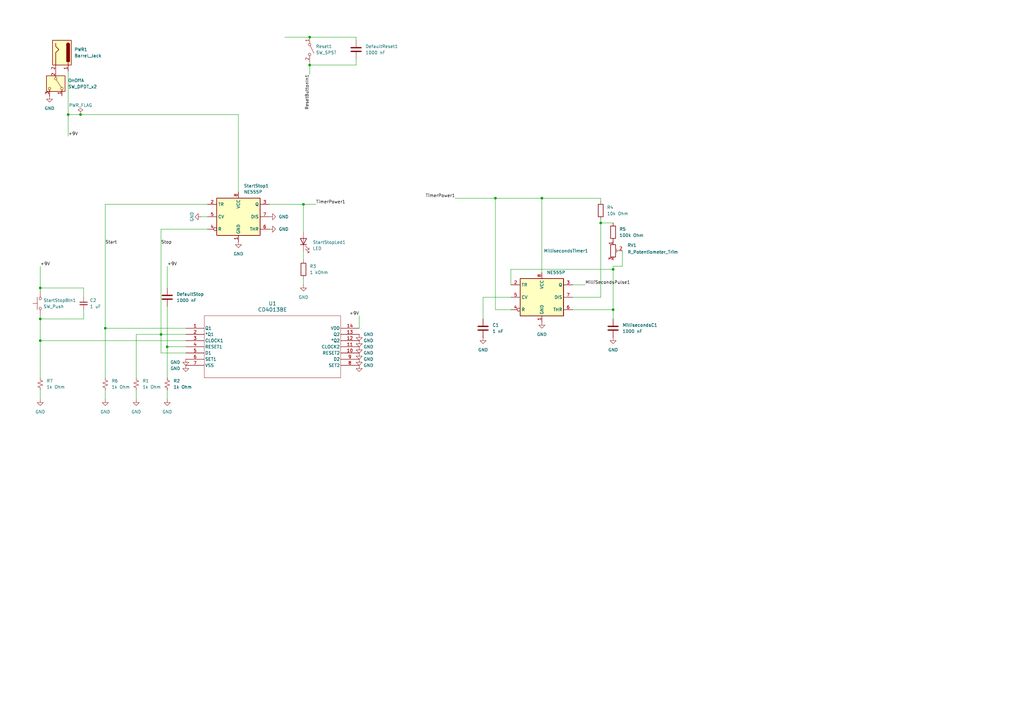
<source format=kicad_sch>
(kicad_sch (version 20231120) (generator "eeschema") (generator_version "8.0")
  (paper "A3")
  (lib_symbols
    (symbol "CD4013BE:CD4013BE" (pin_names (offset 0.254))
      (property "Reference" "U" (at 35.56 10.16 0))
      (property "Value" "CD4013BE" (at 35.56 7.62 0))
      (symbol "CD4013BE_0_1"
        (polyline (pts (xy 7.62 -20.32) (xy 63.5 -20.32)) (stroke (width 0.127)))
        (polyline (pts (xy 7.62 5.08) (xy 7.62 -20.32)) (stroke (width 0.127)))
        (polyline (pts (xy 63.5 -20.32) (xy 63.5 5.08)) (stroke (width 0.127)))
        (polyline (pts (xy 63.5 5.08) (xy 7.62 5.08)) (stroke (width 0.127)))
        (pin unspecified line (at 0 0 0) (length 7.62) (name "Q1") (number "1"))
        (pin unspecified line (at 71.12 -10.16 180) (length 7.62) (name "RESET2") (number "10"))
        (pin unspecified line (at 71.12 -7.62 180) (length 7.62) (name "CLOCK2") (number "11"))
        (pin unspecified line (at 71.12 -5.08 180) (length 7.62) (name "*Q2") (number "12"))
        (pin unspecified line (at 71.12 -2.54 180) (length 7.62) (name "Q2") (number "13"))
        (pin power_in line (at 71.12 0 180) (length 7.62) (name "VDD") (number "14"))
        (pin unspecified line (at 0 -2.54 0) (length 7.62) (name "*Q1") (number "2"))
        (pin unspecified line (at 0 -5.08 0) (length 7.62) (name "CLOCK1") (number "3"))
        (pin unspecified line (at 0 -7.62 0) (length 7.62) (name "RESET1") (number "4"))
        (pin unspecified line (at 0 -10.16 0) (length 7.62) (name "D1") (number "5"))
        (pin unspecified line (at 0 -12.7 0) (length 7.62) (name "SET1") (number "6"))
        (pin power_in line (at 0 -15.24 0) (length 7.62) (name "VSS") (number "7"))
        (pin unspecified line (at 71.12 -15.24 180) (length 7.62) (name "SET2") (number "8"))
        (pin unspecified line (at 71.12 -12.7 180) (length 7.62) (name "D2") (number "9"))
      )
    )
    (symbol "Connector:Barrel_Jack" (pin_names (offset 1.016))
      (property "Reference" "J" (at 0 5.334 0))
      (property "Value" "Barrel_Jack" (at 0 -5.08 0))
      (symbol "Barrel_Jack_0_1"
        (rectangle (start -5.08 3.81) (end 5.08 -3.81) (stroke (width 0.254)) (fill (type background)))
        (arc (start -3.302 3.175) (mid -3.9343 2.54) (end -3.302 1.905) (stroke (width 0.254)))
        (arc (start -3.302 3.175) (mid -3.9343 2.54) (end -3.302 1.905) (stroke (width 0.254)) (fill (type outline)))
        (polyline (pts (xy 5.08 2.54) (xy 3.81 2.54)) (stroke (width 0.254)))
        (polyline (pts (xy -3.81 -2.54) (xy -2.54 -2.54) (xy -1.27 -1.27) (xy 0 -2.54) (xy 2.54 -2.54) (xy 5.08 -2.54)) (stroke (width 0.254)))
        (rectangle (start 3.683 3.175) (end -3.302 1.905) (stroke (width 0.254)) (fill (type outline)))
      )
      (symbol "Barrel_Jack_1_1"
        (pin passive line (at 7.62 2.54 180) (length 2.54) (name "~") (number "1"))
        (pin passive line (at 7.62 -2.54 180) (length 2.54) (name "~") (number "2"))
      )
    )
    (symbol "Device:C" (pin_numbers hide) (pin_names (offset 0.254))
      (property "Reference" "C" (at 0.635 2.54 0))
      (property "Value" "C" (at 0.635 -2.54 0))
      (symbol "C_0_1"
        (polyline (pts (xy -2.032 -0.762) (xy 2.032 -0.762)) (stroke (width 0.508)))
        (polyline (pts (xy -2.032 0.762) (xy 2.032 0.762)) (stroke (width 0.508)))
      )
      (symbol "C_1_1"
        (pin passive line (at 0 3.81 270) (length 2.794) (name "~") (number "1"))
        (pin passive line (at 0 -3.81 90) (length 2.794) (name "~") (number "2"))
      )
    )
    (symbol "Device:C_Small" (pin_numbers hide) (pin_names (offset 0.254) hide)
      (property "Reference" "C" (at 0.254 1.778 0))
      (property "Value" "C_Small" (at 0.254 -2.032 0))
      (symbol "C_Small_0_1"
        (polyline (pts (xy -1.524 -0.508) (xy 1.524 -0.508)) (stroke (width 0.3302)))
        (polyline (pts (xy -1.524 0.508) (xy 1.524 0.508)) (stroke (width 0.3048)))
      )
      (symbol "C_Small_1_1"
        (pin passive line (at 0 2.54 270) (length 2.032) (name "~") (number "1"))
        (pin passive line (at 0 -2.54 90) (length 2.032) (name "~") (number "2"))
      )
    )
    (symbol "Device:LED" (pin_numbers hide) (pin_names (offset 1.016) hide)
      (property "Reference" "D" (at 0 2.54 0))
      (property "Value" "LED" (at 0 -2.54 0))
      (symbol "LED_0_1"
        (polyline (pts (xy -1.27 -1.27) (xy -1.27 1.27)) (stroke (width 0.254)))
        (polyline (pts (xy -1.27 0) (xy 1.27 0)))
        (polyline (pts (xy 1.27 -1.27) (xy 1.27 1.27) (xy -1.27 0) (xy 1.27 -1.27)) (stroke (width 0.254)))
        (polyline (pts (xy -3.048 -0.762) (xy -4.572 -2.286) (xy -3.81 -2.286) (xy -4.572 -2.286) (xy -4.572 -1.524)))
        (polyline (pts (xy -1.778 -0.762) (xy -3.302 -2.286) (xy -2.54 -2.286) (xy -3.302 -2.286) (xy -3.302 -1.524)))
      )
      (symbol "LED_1_1"
        (pin passive line (at -3.81 0 0) (length 2.54) (name "K") (number "1"))
        (pin passive line (at 3.81 0 180) (length 2.54) (name "A") (number "2"))
      )
    )
    (symbol "Device:R" (pin_numbers hide) (pin_names (offset 0))
      (property "Reference" "R" (at 2.032 0 90))
      (property "Value" "R" (at 0 0 90))
      (symbol "R_0_1"
        (rectangle (start -1.016 -2.54) (end 1.016 2.54) (stroke (width 0.254)))
      )
      (symbol "R_1_1"
        (pin passive line (at 0 3.81 270) (length 1.27) (name "~") (number "1"))
        (pin passive line (at 0 -3.81 90) (length 1.27) (name "~") (number "2"))
      )
    )
    (symbol "Device:R_Potentiometer_Trim" (pin_names (offset 1.016) hide)
      (property "Reference" "RV" (at -4.445 0 90))
      (property "Value" "R_Potentiometer_Trim" (at -2.54 0 90))
      (symbol "R_Potentiometer_Trim_0_1"
        (polyline (pts (xy 1.524 0.762) (xy 1.524 -0.762)))
        (polyline (pts (xy 2.54 0) (xy 1.524 0)))
        (rectangle (start 1.016 2.54) (end -1.016 -2.54) (stroke (width 0.254)))
      )
      (symbol "R_Potentiometer_Trim_1_1"
        (pin passive line (at 0 3.81 270) (length 1.27) (name "1") (number "1"))
        (pin passive line (at 3.81 0 180) (length 1.27) (name "2") (number "2"))
        (pin passive line (at 0 -3.81 90) (length 1.27) (name "3") (number "3"))
      )
    )
    (symbol "Device:R_Small_US" (pin_numbers hide) (pin_names (offset 0.254) hide)
      (property "Reference" "R" (at 0.762 0.508 0))
      (property "Value" "R_Small_US" (at 0.762 -1.016 0))
      (symbol "R_Small_US_1_1"
        (polyline (pts (xy 0 0) (xy 1.016 -0.381) (xy 0 -0.762) (xy -1.016 -1.143) (xy 0 -1.524)))
        (polyline (pts (xy 0 1.524) (xy 1.016 1.143) (xy 0 0.762) (xy -1.016 0.381) (xy 0 0)))
        (pin passive line (at 0 2.54 270) (length 1.016) (name "~") (number "1"))
        (pin passive line (at 0 -2.54 90) (length 1.016) (name "~") (number "2"))
      )
    )
    (symbol "Switch:SW_DPDT_x2" (pin_names (offset 0) hide)
      (property "Reference" "SW" (at 0 5.08 0))
      (property "Value" "SW_DPDT_x2" (at 0 -5.08 0))
      (symbol "SW_DPDT_x2_0_0"
        (circle (center -2.032 0) (radius 0.508))
        (circle (center 2.032 -2.54) (radius 0.508))
      )
      (symbol "SW_DPDT_x2_0_1"
        (rectangle (start -3.175 3.81) (end 3.175 -3.81) (stroke (width 0.254)) (fill (type background)))
        (polyline (pts (xy -1.524 0.254) (xy 1.5748 2.286)))
        (circle (center 2.032 2.54) (radius 0.508))
      )
      (symbol "SW_DPDT_x2_1_1"
        (pin passive line (at 5.08 2.54 180) (length 2.54) (name "A") (number "1"))
        (pin passive line (at -5.08 0 0) (length 2.54) (name "B") (number "2"))
        (pin passive line (at 5.08 -2.54 180) (length 2.54) (name "C") (number "3"))
      )
      (symbol "SW_DPDT_x2_2_1"
        (pin passive line (at 5.08 2.54 180) (length 2.54) (name "A") (number "4"))
        (pin passive line (at -5.08 0 0) (length 2.54) (name "B") (number "5"))
        (pin passive line (at 5.08 -2.54 180) (length 2.54) (name "C") (number "6"))
      )
    )
    (symbol "Switch:SW_Push" (pin_numbers hide) (pin_names (offset 1.016) hide)
      (property "Reference" "SW" (at 1.27 2.54 0))
      (property "Value" "SW_Push" (at 0 -1.524 0))
      (symbol "SW_Push_0_1"
        (circle (center -2.032 0) (radius 0.508))
        (polyline (pts (xy 0 1.27) (xy 0 3.048)))
        (polyline (pts (xy 2.54 1.27) (xy -2.54 1.27)))
        (circle (center 2.032 0) (radius 0.508))
        (pin passive line (at -5.08 0 0) (length 2.54) (name "1") (number "1"))
        (pin passive line (at 5.08 0 180) (length 2.54) (name "2") (number "2"))
      )
    )
    (symbol "Switch:SW_SPST" (pin_names (offset 0) hide)
      (property "Reference" "SW" (at 0 3.175 0))
      (property "Value" "SW_SPST" (at 0 -2.54 0))
      (symbol "SW_SPST_0_0"
        (circle (center -2.032 0) (radius 0.508))
        (polyline (pts (xy -1.524 0.254) (xy 1.524 1.778)))
        (circle (center 2.032 0) (radius 0.508))
      )
      (symbol "SW_SPST_1_1"
        (pin passive line (at -5.08 0 0) (length 2.54) (name "A") (number "1"))
        (pin passive line (at 5.08 0 180) (length 2.54) (name "B") (number "2"))
      )
    )
    (symbol "Timer:NE555P"
      (property "Reference" "U" (at -10.16 8.89 0))
      (property "Value" "NE555P" (at 2.54 8.89 0))
      (symbol "NE555P_0_0"
        (pin power_in line (at 0 -10.16 90) (length 2.54) (name "GND") (number "1"))
        (pin power_in line (at 0 10.16 270) (length 2.54) (name "VCC") (number "8"))
      )
      (symbol "NE555P_0_1"
        (rectangle (start -8.89 -7.62) (end 8.89 7.62) (stroke (width 0.254)) (fill (type background)))
        (rectangle (start -8.89 -7.62) (end 8.89 7.62) (stroke (width 0.254)) (fill (type background)))
      )
      (symbol "NE555P_1_1"
        (pin input line (at -12.7 5.08 0) (length 3.81) (name "TR") (number "2"))
        (pin output line (at 12.7 5.08 180) (length 3.81) (name "Q") (number "3"))
        (pin input inverted (at -12.7 -5.08 0) (length 3.81) (name "R") (number "4"))
        (pin input line (at -12.7 0 0) (length 3.81) (name "CV") (number "5"))
        (pin input line (at 12.7 -5.08 180) (length 3.81) (name "THR") (number "6"))
        (pin input line (at 12.7 0 180) (length 3.81) (name "DIS") (number "7"))
      )
    )
    (symbol "power:GND" (power) (pin_numbers hide) (pin_names (offset 0) hide)
      (property "Value" "GND" (at 0 -3.81 0))
      (symbol "GND_0_1"
        (polyline (pts (xy 0 0) (xy 0 -1.27) (xy 1.27 -1.27) (xy 0 -2.54) (xy -1.27 -1.27) (xy 0 -1.27)))
      )
      (symbol "GND_1_1"
        (pin power_in line (at 0 0 270) (length 0) (name "~") (number "1"))
      )
    )
    (symbol "power:PWR_FLAG" (power) (pin_numbers hide) (pin_names (offset 0) hide)
      (property "Value" "PWR_FLAG" (at 0 3.81 0))
      (symbol "PWR_FLAG_0_0"
        (pin power_out line (at 0 0 90) (length 0) (name "~") (number "1"))
      )
      (symbol "PWR_FLAG_0_1"
        (polyline (pts (xy 0 0) (xy 0 1.27) (xy -1.016 1.905) (xy 0 2.54) (xy 1.016 1.905) (xy 0 1.27)))
      )
    )
  )
  (junction (at 246.38 91.44))
  (junction (at 43.18 134.62))
  (junction (at 16.51 130.81))
  (junction (at 251.46 110.49))
  (junction (at 27.94 46.99))
  (junction (at 16.51 118.11))
  (junction (at 16.51 139.7))
  (junction (at 203.2 81.28))
  (junction (at 66.04 137.16))
  (junction (at 222.25 81.28))
  (junction (at 127 15.24))
  (junction (at 33.02 46.99))
  (junction (at 68.58 142.24))
  (junction (at 124.46 83.82))
  (junction (at 251.46 127))
  (junction (at 127 26.67))
  (wire (pts (xy 43.18 134.62) (xy 76.2 134.62)))
  (wire (pts (xy 43.18 83.82) (xy 85.09 83.82)))
  (wire (pts (xy 222.25 81.28) (xy 246.38 81.28)))
  (wire (pts (xy 127 26.67) (xy 127 30.48)))
  (wire (pts (xy 127 25.4) (xy 127 26.67)))
  (wire (pts (xy 147.32 129.54) (xy 147.32 134.62)))
  (wire (pts (xy 27.94 29.21) (xy 27.94 46.99)))
  (wire (pts (xy 16.51 139.7) (xy 16.51 154.94)))
  (wire (pts (xy 203.2 127) (xy 209.55 127)))
  (wire (pts (xy 34.29 121.92) (xy 34.29 118.11)))
  (wire (pts (xy 124.46 116.84) (xy 124.46 114.3)))
  (wire (pts (xy 246.38 91.44) (xy 246.38 121.92)))
  (wire (pts (xy 127 15.24) (xy 146.05 15.24)))
  (wire (pts (xy 124.46 83.82) (xy 110.49 83.82)))
  (wire (pts (xy 55.88 137.16) (xy 66.04 137.16)))
  (wire (pts (xy 203.2 81.28) (xy 203.2 127)))
  (wire (pts (xy 255.27 109.22) (xy 251.46 109.22)))
  (wire (pts (xy 146.05 24.13) (xy 146.05 26.67)))
  (wire (pts (xy 251.46 127) (xy 234.95 127)))
  (wire (pts (xy 246.38 90.17) (xy 246.38 91.44)))
  (wire (pts (xy 16.51 118.11) (xy 16.51 119.38)))
  (wire (pts (xy 55.88 137.16) (xy 55.88 154.94)))
  (wire (pts (xy 246.38 121.92) (xy 234.95 121.92)))
  (wire (pts (xy 16.51 139.7) (xy 76.2 139.7)))
  (wire (pts (xy 43.18 160.02) (xy 43.18 163.83)))
  (wire (pts (xy 68.58 125.73) (xy 68.58 142.24)))
  (wire (pts (xy 16.51 130.81) (xy 16.51 139.7)))
  (wire (pts (xy 43.18 83.82) (xy 43.18 134.62)))
  (wire (pts (xy 146.05 26.67) (xy 127 26.67)))
  (wire (pts (xy 186.69 81.28) (xy 203.2 81.28)))
  (wire (pts (xy 16.51 118.11) (xy 34.29 118.11)))
  (wire (pts (xy 68.58 154.94) (xy 68.58 142.24)))
  (wire (pts (xy 68.58 109.22) (xy 68.58 118.11)))
  (wire (pts (xy 43.18 154.94) (xy 43.18 134.62)))
  (wire (pts (xy 16.51 160.02) (xy 16.51 163.83)))
  (wire (pts (xy 27.94 46.99) (xy 27.94 55.88)))
  (wire (pts (xy 246.38 91.44) (xy 251.46 91.44)))
  (wire (pts (xy 198.12 121.92) (xy 198.12 130.81)))
  (wire (pts (xy 33.02 46.99) (xy 97.79 46.99)))
  (wire (pts (xy 34.29 130.81) (xy 16.51 130.81)))
  (wire (pts (xy 34.29 127) (xy 34.29 130.81)))
  (wire (pts (xy 255.27 102.87) (xy 255.27 109.22)))
  (wire (pts (xy 33.02 46.99) (xy 27.94 46.99)))
  (wire (pts (xy 116.84 15.24) (xy 127 15.24)))
  (wire (pts (xy 97.79 46.99) (xy 97.79 78.74)))
  (wire (pts (xy 251.46 130.81) (xy 251.46 127)))
  (wire (pts (xy 68.58 160.02) (xy 68.58 163.83)))
  (wire (pts (xy 76.2 144.78) (xy 66.04 144.78)))
  (wire (pts (xy 66.04 93.98) (xy 85.09 93.98)))
  (wire (pts (xy 251.46 110.49) (xy 251.46 127)))
  (wire (pts (xy 209.55 110.49) (xy 251.46 110.49)))
  (wire (pts (xy 234.95 116.84) (xy 240.03 116.84)))
  (wire (pts (xy 16.51 109.22) (xy 16.51 118.11)))
  (wire (pts (xy 222.25 81.28) (xy 222.25 111.76)))
  (wire (pts (xy 68.58 142.24) (xy 76.2 142.24)))
  (wire (pts (xy 146.05 16.51) (xy 146.05 15.24)))
  (wire (pts (xy 209.55 121.92) (xy 198.12 121.92)))
  (wire (pts (xy 203.2 81.28) (xy 222.25 81.28)))
  (wire (pts (xy 82.55 88.9) (xy 85.09 88.9)))
  (wire (pts (xy 246.38 81.28) (xy 246.38 82.55)))
  (wire (pts (xy 66.04 144.78) (xy 66.04 137.16)))
  (wire (pts (xy 124.46 102.87) (xy 124.46 106.68)))
  (wire (pts (xy 55.88 160.02) (xy 55.88 163.83)))
  (wire (pts (xy 66.04 93.98) (xy 66.04 137.16)))
  (wire (pts (xy 124.46 95.25) (xy 124.46 83.82)))
  (wire (pts (xy 209.55 110.49) (xy 209.55 116.84)))
  (wire (pts (xy 251.46 109.22) (xy 251.46 110.49)))
  (wire (pts (xy 16.51 129.54) (xy 16.51 130.81)))
  (wire (pts (xy 66.04 137.16) (xy 76.2 137.16)))
  (wire (pts (xy 129.54 83.82) (xy 124.46 83.82)))
  (label "ResetButtonIn1" (at 127 30.48 270))
  (label "+9V" (at 68.58 109.22 0))
  (label "MilliSecondsPulse1" (at 240.03 116.84 0))
  (label "TimerPower1" (at 129.54 83.82 0))
  (label "Stop" (at 66.04 100.33 0))
  (label "+9V" (at 147.32 129.54 180))
  (label "Start" (at 43.18 100.33 0))
  (label "+9V" (at 16.51 109.22 0))
  (label "TimerPower1" (at 186.69 81.28 180))
  (label "+9V" (at 27.94 55.88 0))
  (symbol (lib_id "Device:R_Small_US") (at 55.88 157.48 0) (unit 1)
    (property "Reference" "R1" (at 58.42 156.2099 0) (effects (justify left)))
    (property "Value" "1k Ohm" (at 58.42 158.7499 0) (effects (justify left)))
  )
  (symbol (lib_id "Timer:NE555P") (at 222.25 121.92 0) (unit 1)
    (property "Reference" "MillisecondsTimer1" (at 222.9994 102.87 0) (effects (justify left)))
    (property "Value" "NE555P" (at 224.2694 111.76 0) (effects (justify left)))
    (property "Footprint" "Package_DIP:DIP-8_W7.62mm" (effects (hide yes)))
    (property "Datasheet" "http://www.ti.com/lit/ds/symlink/ne555.pdf" (effects (hide yes)))
    (property "Description" "Precision Timers, 555 compatible,  PDIP-8" (effects (hide yes)))
  )
  (symbol (lib_id "Device:R_Potentiometer_Trim") (at 251.46 102.87 0) (unit 1)
    (property "Reference" "RV1" (at 261.112 100.584 0) (effects (justify right)))
    (property "Value" "R_Potentiometer_Trim" (at 278.13 103.378 0) (effects (justify right)))
    (property "Footprint" "Potentiometer_THT:Potentiometer_Vishay_T73YP_Vertical" (effects (hide yes)))
    (property "Description" "Trim-potentiometer" (effects (hide yes)))
  )
  (symbol (lib_id "power:GND") (at 43.18 163.83 0) (mirror y) (unit 1)
    (property "Reference" "#PWR012" (effects (hide yes)))
    (property "Value" "GND" (at 43.18 168.91 0))
  )
  (symbol (lib_id "Device:LED") (at 124.46 99.06 90) (unit 1)
    (property "Reference" "StartStopLed1" (at 128.27 99.3774 90) (effects (justify right)))
    (property "Value" "LED" (at 128.27 101.9174 90) (effects (justify right)))
    (property "Footprint" "LED_THT:LED_D5.0mm" (effects (hide yes)))
    (property "Description" "Light emitting diode" (effects (hide yes)))
  )
  (symbol (lib_id "Device:R") (at 124.46 110.49 0) (unit 1)
    (property "Reference" "R3" (at 127 109.2199 0) (effects (justify left)))
    (property "Value" "1 kOhm" (at 127 111.7599 0) (effects (justify left)))
    (property "Footprint" "Resistor_THT:R_Axial_DIN0207_L6.3mm_D2.5mm_P10.16mm_Horizontal" (effects (hide yes)))
    (property "Description" "Resistor" (effects (hide yes)))
  )
  (symbol (lib_id "Device:R") (at 246.38 86.36 0) (unit 1)
    (property "Reference" "R4" (at 248.92 85.0899 0) (effects (justify left)))
    (property "Value" "10k Ohm" (at 248.92 87.6299 0) (effects (justify left)))
    (property "Footprint" "Resistor_THT:R_Axial_DIN0207_L6.3mm_D2.5mm_P10.16mm_Horizontal" (effects (hide yes)))
    (property "Description" "Resistor" (effects (hide yes)))
  )
  (symbol (lib_id "power:GND") (at 147.32 144.78 0) (unit 1)
    (property "Reference" "#PWR021" (effects (hide yes)))
    (property "Value" "GND" (at 151.13 144.78 0))
  )
  (symbol (lib_id "Device:C") (at 68.58 121.92 0) (unit 1)
    (property "Reference" "DefaultStop" (at 72.39 120.6499 0) (effects (justify left)))
    (property "Value" "1000 nF" (at 72.39 123.1899 0) (effects (justify left)))
    (property "Footprint" "Capacitor_THT:CP_Radial_D8.0mm_P5.00mm" (effects (hide yes)))
    (property "Description" "Unpolarized capacitor" (effects (hide yes)))
  )
  (symbol (lib_id "Switch:SW_SPST") (at 127 20.32 270) (unit 1)
    (property "Reference" "Reset1" (at 129.54 19.0499 90) (effects (justify left)))
    (property "Value" "SW_SPST" (at 129.54 21.5899 90) (effects (justify left)))
    (property "Footprint" "Button_Switch_THT:SW_PUSH_6mm" (effects (hide yes)))
    (property "Description" "Single Pole Single Throw (SPST) switch" (effects (hide yes)))
  )
  (symbol (lib_id "power:GND") (at 147.32 147.32 0) (unit 1)
    (property "Reference" "#PWR022" (effects (hide yes)))
    (property "Value" "GND" (at 151.13 147.32 0))
  )
  (symbol (lib_id "CD4013BE:CD4013BE") (at 76.2 134.62 0) (unit 1)
    (property "Reference" "U1" (at 111.76 124.46 0) (effects (font (size 1.524 1.524))))
    (property "Value" "CD4013BE" (at 111.76 127 0) (effects (font (size 1.524 1.524))))
    (property "Footprint" "N14" (effects (hide yes)))
    (property "Datasheet" "CD4013BE" (effects (hide yes)))
  )
  (symbol (lib_id "power:GND") (at 147.32 137.16 0) (unit 1)
    (property "Reference" "#PWR018" (effects (hide yes)))
    (property "Value" "GND" (at 151.13 137.16 0))
  )
  (symbol (lib_id "Device:R") (at 251.46 95.25 0) (unit 1)
    (property "Reference" "R5" (at 254 93.9799 0) (effects (justify left)))
    (property "Value" "100k Ohm" (at 254 96.5199 0) (effects (justify left)))
    (property "Footprint" "Resistor_THT:R_Axial_DIN0207_L6.3mm_D2.5mm_P10.16mm_Horizontal" (effects (hide yes)))
    (property "Description" "Resistor" (effects (hide yes)))
  )
  (symbol (lib_id "power:PWR_FLAG") (at 33.02 46.99 0) (unit 1)
    (property "Reference" "#FLG01" (effects (hide yes)))
    (property "Value" "PWR_FLAG" (at 33.02 43.18 0))
    (property "Description" "Special symbol for telling ERC where power comes from" (effects (hide yes)))
  )
  (symbol (lib_id "power:GND") (at 147.32 142.24 0) (unit 1)
    (property "Reference" "#PWR020" (effects (hide yes)))
    (property "Value" "GND" (at 151.13 142.24 0))
  )
  (symbol (lib_id "power:GND") (at 68.58 163.83 0) (mirror y) (unit 1)
    (property "Reference" "#PWR03" (effects (hide yes)))
    (property "Value" "GND" (at 68.58 168.91 0))
  )
  (symbol (lib_id "power:GND") (at 198.12 138.43 0) (unit 1)
    (property "Reference" "#PWR08" (effects (hide yes)))
    (property "Value" "GND" (at 198.12 143.51 0))
    (property "Description" "Power symbol creates a global label with name \"GND\" , ground" (effects (hide yes)))
  )
  (symbol (lib_id "power:GND") (at 82.55 88.9 270) (unit 1)
    (property "Reference" "#PWR04" (effects (hide yes)))
    (property "Value" "GND" (at 78.74 88.9 0))
    (property "Description" "Power symbol creates a global label with name \"GND\" , ground" (effects (hide yes)))
  )
  (symbol (lib_id "Connector:Barrel_Jack") (at 25.4 21.59 270) (unit 1)
    (property "Reference" "PWR1" (at 30.48 20.3199 90) (effects (justify left)))
    (property "Value" "Barrel_Jack" (at 30.48 22.8599 90) (effects (justify left)))
    (property "Footprint" "Connector_BarrelJack:BarrelJack_GCT_DCJ200-10-A_Horizontal" (effects (hide yes)))
    (property "Description" "DC Barrel Jack" (effects (hide yes)))
  )
  (symbol (lib_id "power:GND") (at 124.46 116.84 0) (unit 1)
    (property "Reference" "#PWR09" (effects (hide yes)))
    (property "Value" "GND" (at 124.46 121.92 0))
    (property "Description" "Power symbol creates a global label with name \"GND\" , ground" (effects (hide yes)))
  )
  (symbol (lib_id "power:GND") (at 110.49 93.98 90) (unit 1)
    (property "Reference" "#PWR07" (effects (hide yes)))
    (property "Value" "GND" (at 114.3 93.9799 90) (effects (justify right)))
    (property "Description" "Power symbol creates a global label with name \"GND\" , ground" (effects (hide yes)))
  )
  (symbol (lib_id "Timer:NE555P") (at 97.79 88.9 0) (unit 1)
    (property "Reference" "StartStop1" (at 99.9841 76.2 0) (effects (justify left)))
    (property "Value" "NE555P" (at 99.9841 78.74 0) (effects (justify left)))
    (property "Footprint" "Package_DIP:DIP-8_W7.62mm" (effects (hide yes)))
    (property "Datasheet" "http://www.ti.com/lit/ds/symlink/ne555.pdf" (effects (hide yes)))
    (property "Description" "Precision Timers, 555 compatible,  PDIP-8" (effects (hide yes)))
  )
  (symbol (lib_id "Switch:SW_DPDT_x2") (at 22.86 34.29 270) (unit 1)
    (property "Reference" "OnOff" (at 27.94 33.0199 90) (effects (justify left)))
    (property "Value" "SW_DPDT_x2" (at 27.94 35.5599 90) (effects (justify left)))
    (property "Footprint" "slw-1678105:SW_SLW_1678105_DPDT_Slide" (effects (hide yes)))
    (property "Description" "Switch, dual pole double throw, separate symbols" (effects (hide yes)))
  )
  (symbol (lib_id "Device:C") (at 146.05 20.32 0) (unit 1)
    (property "Reference" "DefaultReset1" (at 149.86 19.0499 0) (effects (justify left)))
    (property "Value" "1000 nF" (at 149.86 21.5899 0) (effects (justify left)))
    (property "Footprint" "Capacitor_THT:CP_Radial_D8.0mm_P5.00mm" (effects (hide yes)))
    (property "Description" "Unpolarized capacitor" (effects (hide yes)))
  )
  (symbol (lib_id "power:GND") (at 76.2 149.86 0) (mirror y) (unit 1)
    (property "Reference" "#PWR017" (effects (hide yes)))
    (property "Value" "GND" (at 69.85 151.13 0) (effects (justify right)))
  )
  (symbol (lib_id "Device:R_Small_US") (at 43.18 157.48 0) (unit 1)
    (property "Reference" "R6" (at 45.72 156.2099 0) (effects (justify left)))
    (property "Value" "1k Ohm" (at 45.72 158.7499 0) (effects (justify left)))
  )
  (symbol (lib_id "power:GND") (at 76.2 147.32 0) (mirror y) (unit 1)
    (property "Reference" "#PWR016" (effects (hide yes)))
    (property "Value" "GND" (at 69.85 148.59 0) (effects (justify right)))
  )
  (symbol (lib_id "power:GND") (at 16.51 163.83 0) (mirror y) (unit 1)
    (property "Reference" "#PWR014" (effects (hide yes)))
    (property "Value" "GND" (at 16.51 168.91 0))
  )
  (symbol (lib_id "Device:R_Small_US") (at 16.51 157.48 0) (unit 1)
    (property "Reference" "R7" (at 19.05 156.2099 0) (effects (justify left)))
    (property "Value" "1k Ohm" (at 19.05 158.7499 0) (effects (justify left)))
  )
  (symbol (lib_id "power:GND") (at 97.79 99.06 0) (unit 1)
    (property "Reference" "#PWR05" (effects (hide yes)))
    (property "Value" "GND" (at 97.79 104.14 0))
    (property "Description" "Power symbol creates a global label with name \"GND\" , ground" (effects (hide yes)))
  )
  (symbol (lib_id "power:GND") (at 147.32 139.7 0) (unit 1)
    (property "Reference" "#PWR019" (effects (hide yes)))
    (property "Value" "GND" (at 151.13 139.7 0))
  )
  (symbol (lib_id "power:GND") (at 20.32 39.37 0) (unit 1)
    (property "Reference" "#PWR01" (effects (hide yes)))
    (property "Value" "GND" (at 20.32 44.45 0))
    (property "Description" "Power symbol creates a global label with name \"GND\" , ground" (effects (hide yes)))
  )
  (symbol (lib_id "Device:C") (at 198.12 134.62 0) (unit 1)
    (property "Reference" "C1" (at 201.93 133.3499 0) (effects (justify left)))
    (property "Value" "1 nF" (at 201.93 135.8899 0) (effects (justify left)))
    (property "Footprint" "Capacitor_THT:CP_Radial_D5.0mm_P2.50mm" (effects (hide yes)))
    (property "Description" "Unpolarized capacitor" (effects (hide yes)))
  )
  (symbol (lib_id "Switch:SW_Push") (at 16.51 124.46 90) (unit 1)
    (property "Reference" "StartStopBtn1" (at 17.78 123.1899 90) (effects (justify right)))
    (property "Value" "SW_Push" (at 17.78 125.7299 90) (effects (justify right)))
  )
  (symbol (lib_id "power:GND") (at 222.25 132.08 0) (unit 1)
    (property "Reference" "#PWR010" (effects (hide yes)))
    (property "Value" "GND" (at 222.25 137.16 0))
    (property "Description" "Power symbol creates a global label with name \"GND\" , ground" (effects (hide yes)))
  )
  (symbol (lib_id "power:GND") (at 110.49 88.9 90) (unit 1)
    (property "Reference" "#PWR06" (effects (hide yes)))
    (property "Value" "GND" (at 114.3 88.8999 90) (effects (justify right)))
    (property "Description" "Power symbol creates a global label with name \"GND\" , ground" (effects (hide yes)))
  )
  (symbol (lib_id "Device:C") (at 251.46 134.62 0) (unit 1)
    (property "Reference" "MillisecondsC1" (at 255.27 133.3499 0) (effects (justify left)))
    (property "Value" "1000 nF" (at 255.27 135.8899 0) (effects (justify left)))
    (property "Footprint" "Capacitor_THT:CP_Radial_D8.0mm_P5.00mm" (effects (hide yes)))
    (property "Description" "Unpolarized capacitor" (effects (hide yes)))
  )
  (symbol (lib_id "power:GND") (at 147.32 149.86 0) (unit 1)
    (property "Reference" "#PWR023" (effects (hide yes)))
    (property "Value" "GND" (at 151.13 149.86 0))
  )
  (symbol (lib_id "power:GND") (at 251.46 138.43 0) (unit 1)
    (property "Reference" "#PWR011" (effects (hide yes)))
    (property "Value" "GND" (at 251.46 143.51 0))
    (property "Description" "Power symbol creates a global label with name \"GND\" , ground" (effects (hide yes)))
  )
  (symbol (lib_id "power:GND") (at 55.88 163.83 0) (mirror y) (unit 1)
    (property "Reference" "#PWR02" (effects (hide yes)))
    (property "Value" "GND" (at 55.88 168.91 0))
  )
  (symbol (lib_id "Device:R_Small_US") (at 68.58 157.48 0) (unit 1)
    (property "Reference" "R2" (at 71.12 156.2099 0) (effects (justify left)))
    (property "Value" "1k Ohm" (at 71.12 158.7499 0) (effects (justify left)))
  )
  (symbol (lib_id "Device:C_Small") (at 34.29 124.46 0) (unit 1)
    (property "Reference" "C2" (at 36.83 123.1962 0) (effects (justify left)))
    (property "Value" "1 uF" (at 36.83 125.7362 0) (effects (justify left)))
    (property "Description" "Unpolarized capacitor, small symbol" (effects (hide yes)))
  )
)
</source>
